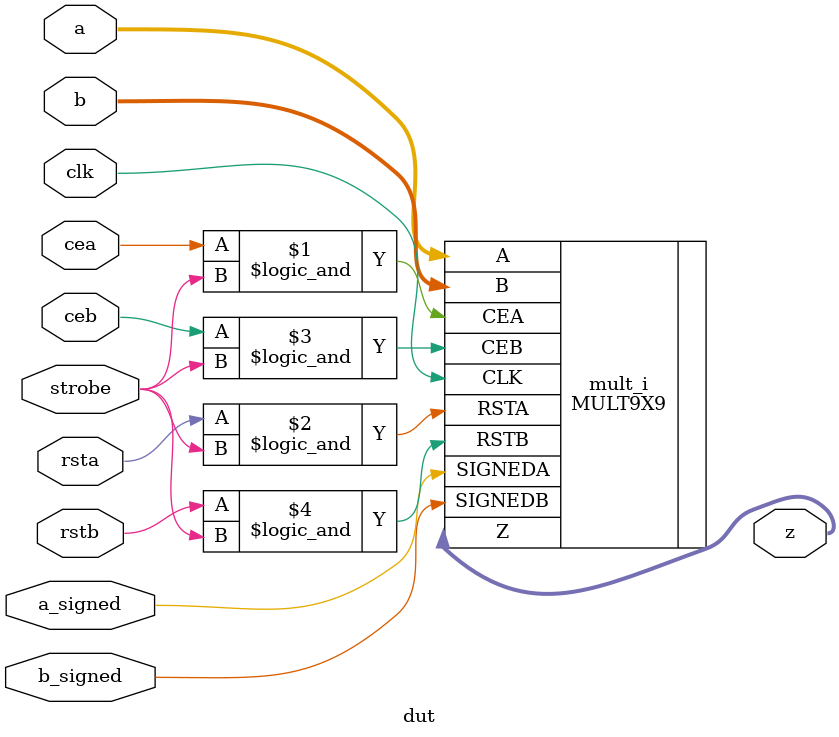
<source format=v>
module dut(
	input clk, strobe,
	input cea, ceb, rsta, rstb,
	input a_signed, b_signed,
	input [8:0] a, b,
	output [17:0] z
);

	MULT9X9 #(
		.REGINPUTA("REGISTER"),
		.REGINPUTB("REGISTER"),
		.REGOUTPUT("BYPASS"),
		.GSR("DISABLED")
	) mult_i (
		.CLK(clk),
		.A(a), .CEA(cea && strobe), .RSTA(rsta && strobe),
		.B(b), .CEB(ceb && strobe), .RSTB(rstb && strobe),
		.SIGNEDA(a_signed),
		.SIGNEDB(b_signed),
		.Z(z)
	);

endmodule

</source>
